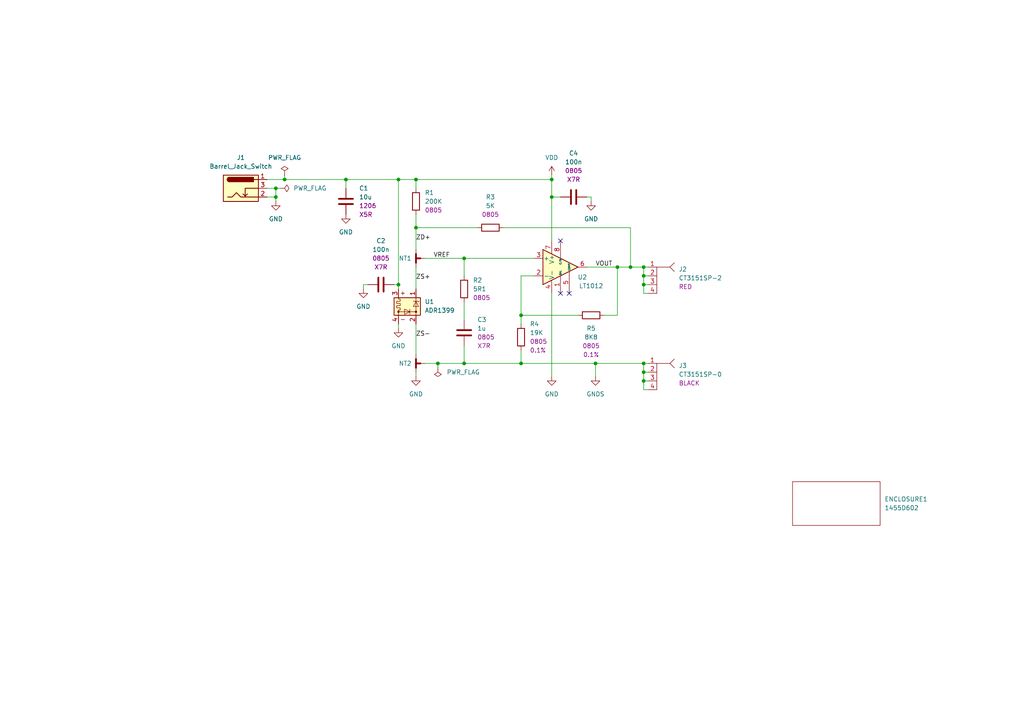
<source format=kicad_sch>
(kicad_sch (version 20211123) (generator eeschema)
  (paper "A4")
  (title_block (title "Cover") (date "%%date%%") (rev "%%version%%") (company "GPA Robotics") (comment 7 "ADR1399 VRef") (comment 8 "https://github.com/Atmelfan/pcb-adr1399-vref") (comment 9 "Licensed under CERN-OHL-S version 2"))
  (lib_symbols
    (symbol "Amplifier_Operational:LT1012" (pin_names (offset 0.127))
      (property "Reference" "U" (at 1.27 6.35 0))
      (property "Value" "LT1012" (at 1.27 3.81 0))
      (symbol "LT1012_0_1"
        (polyline (pts (xy -5.08 5.08) (xy 5.08 0) (xy -5.08 -5.08) (xy -5.08 5.08)) (stroke (width 0.254)) (fill (type background)))
      )
      (symbol "LT1012_1_1"
        (pin input line (at 0 -7.62 90) (length 5.08) (name "BAL") (number "1"))
        (pin input line (at -7.62 -2.54 0) (length 2.54) (name "-") (number "2"))
        (pin input line (at -7.62 2.54 0) (length 2.54) (name "+") (number "3"))
        (pin power_in line (at -2.54 -7.62 90) (length 3.81) (name "V-") (number "4"))
        (pin input line (at 2.54 -7.62 90) (length 6.35) (name "COMP") (number "5"))
        (pin output line (at 7.62 0 180) (length 2.54) (name "~") (number "6"))
        (pin power_in line (at -2.54 7.62 270) (length 3.81) (name "V+") (number "7"))
        (pin input line (at 0 7.62 270) (length 5.08) (name "C/B") (number "8"))
      )
    )
    (symbol "Connector:Barrel_Jack_Switch" (pin_names hide)
      (property "Reference" "J" (at 0 5.334 0))
      (property "Value" "Barrel_Jack_Switch" (at 0 -5.08 0))
      (symbol "Barrel_Jack_Switch_0_1"
        (rectangle (start -5.08 3.81) (end 5.08 -3.81) (stroke (width 0.254)) (fill (type background)))
        (arc (start -3.302 3.175) (mid -3.937 2.54) (end -3.302 1.905) (stroke (width 0.254)))
        (arc (start -3.302 3.175) (mid -3.937 2.54) (end -3.302 1.905) (stroke (width 0.254)) (fill (type outline)))
        (polyline (pts (xy 1.27 -2.286) (xy 1.905 -1.651)) (stroke (width 0.254)))
        (polyline (pts (xy 5.08 2.54) (xy 3.81 2.54)) (stroke (width 0.254)))
        (polyline (pts (xy 5.08 0) (xy 1.27 0) (xy 1.27 -2.286) (xy 0.635 -1.651)) (stroke (width 0.254)))
        (polyline (pts (xy -3.81 -2.54) (xy -2.54 -2.54) (xy -1.27 -1.27) (xy 0 -2.54) (xy 2.54 -2.54) (xy 5.08 -2.54)) (stroke (width 0.254)))
        (rectangle (start 3.683 3.175) (end -3.302 1.905) (stroke (width 0.254)) (fill (type outline)))
      )
      (symbol "Barrel_Jack_Switch_1_1"
        (pin passive line (at 7.62 2.54 180) (length 2.54) (name "~") (number "1"))
        (pin passive line (at 7.62 -2.54 180) (length 2.54) (name "~") (number "2"))
        (pin passive line (at 7.62 0 180) (length 2.54) (name "~") (number "3"))
      )
    )
    (symbol "Device:C" (pin_numbers hide) (pin_names (offset 0.254))
      (property "Reference" "C" (at 0.635 2.54 0))
      (property "Value" "C" (at 0.635 -2.54 0))
      (symbol "C_0_1"
        (polyline (pts (xy -2.032 -0.762) (xy 2.032 -0.762)) (stroke (width 0.508)))
        (polyline (pts (xy -2.032 0.762) (xy 2.032 0.762)) (stroke (width 0.508)))
      )
      (symbol "C_1_1"
        (pin passive line (at 0 3.81 270) (length 2.794) (name "~") (number "1"))
        (pin passive line (at 0 -3.81 90) (length 2.794) (name "~") (number "2"))
      )
    )
    (symbol "Device:NetTie_3_Tee" (pin_numbers hide) (pin_names (offset 0) hide)
      (property "Reference" "NT" (at 0 3.175 0))
      (property "Value" "NetTie_3_Tee" (at 0 1.27 0))
      (symbol "NetTie_3_Tee_0_1"
        (polyline (pts (xy -1.27 0) (xy 1.27 0)) (stroke (width 0.254)))
        (polyline (pts (xy -1.27 0) (xy 1.27 0)) (stroke (width 0.508)))
        (polyline (pts (xy 0 -2.54) (xy 0 -2.54)) (stroke (width 0.254)))
        (polyline (pts (xy 0 -1.27) (xy 0 0)) (stroke (width 0.508)))
      )
      (symbol "NetTie_3_Tee_1_1"
        (pin passive line (at -2.54 0 0) (length 2.54) (name "1") (number "1"))
        (pin passive line (at 2.54 0 180) (length 2.54) (name "2") (number "2"))
        (pin passive line (at 0 -2.54 90) (length 2.54) (name "3") (number "3"))
      )
    )
    (symbol "Device:R" (pin_numbers hide) (pin_names (offset 0))
      (property "Reference" "R" (at 2.032 0 90))
      (property "Value" "R" (at 0 0 90))
      (symbol "R_0_1"
        (rectangle (start -1.016 -2.54) (end 1.016 2.54) (stroke (width 0.254)))
      )
      (symbol "R_1_1"
        (pin passive line (at 0 3.81 270) (length 1.27) (name "~") (number "1"))
        (pin passive line (at 0 -3.81 90) (length 1.27) (name "~") (number "2"))
      )
    )
    (symbol "adr1399:ADR1399" (pin_names (offset 1.016) hide)
      (property "Reference" "U" (at 3.81 1.27 0))
      (property "Value" "ADR1399" (at 3.81 -1.27 0))
      (symbol "ADR1399_0_0"
        (text "+" (at -1.27 3.937 0) (effects (font (size 1.27 1.27))))
      )
      (symbol "ADR1399_0_1"
        (rectangle (start -3.81 2.54) (end 3.81 -2.54) (stroke (width 0.254)) (fill (type background)))
        (circle (center -2.54 -1.524) (radius 0.254) (fill (type outline)))
        (polyline (pts (xy -2.54 -2.54) (xy -2.54 -1.016) (xy -2.032 -1.016) (xy -2.032 -0.381) (xy -3.048 -0.381) (xy -3.048 0.254) (xy -2.032 0.254) (xy -2.032 0.889) (xy -3.048 0.889) (xy -3.048 1.524) (xy -2.032 1.524) (xy -2.032 2.159) (xy -2.54 2.159) (xy -2.54 2.54)))
        (circle (center 2.54 -1.524) (radius 0.254) (fill (type outline)))
      )
      (symbol "ADR1399_1_1"
        (polyline (pts (xy 2.54 -1.524) (xy -2.54 -1.524)))
        (polyline (pts (xy 2.54 2.54) (xy 2.54 -2.54)))
        (polyline (pts (xy 0.762 -0.762) (xy 0.762 -1.524) (xy 0.762 -2.286)))
        (polyline (pts (xy 1.778 1.524) (xy 3.302 1.524) (xy 3.302 1.27)))
        (polyline (pts (xy -0.762 -0.762) (xy -0.762 -2.286) (xy 0.762 -1.524) (xy -0.762 -0.762)))
        (polyline (pts (xy 1.778 0) (xy 3.302 0) (xy 2.54 1.524) (xy 1.778 0)))
        (text "-" (at -1.27 -3.683 0) (effects (font (size 1.27 1.27))))
        (pin passive line (at 2.54 5.08 270) (length 2.54) (name "~") (number "1"))
        (pin passive line (at 2.54 -5.08 90) (length 2.54) (name "~") (number "2"))
        (pin power_in line (at -2.54 5.08 270) (length 2.54) (name "~") (number "3"))
        (pin power_in line (at -2.54 -5.08 90) (length 2.54) (name "~") (number "4"))
      )
    )
    (symbol "cal-test-electronics:CT3151SP-0"
      (property "Reference" "J" (at 0 0 0))
      (property "Value" "CT3151SP-0" (at 0 2.54 0))
      (property "Color" "BLACK" (at 11.43 12.7 0))
      (symbol "CT3151SP-0_0_1"
        (polyline (pts (xy 6.35 12.7) (xy 7.62 11.43)))
        (polyline (pts (xy 2.54 5.08) (xy 2.54 12.7) (xy 6.35 12.7) (xy 7.62 13.97)))
      )
      (symbol "CT3151SP-0_1_1"
        (pin passive line (at 0 12.7 0) (length 2.54) (name "") (number "1"))
        (pin passive line (at 0 10.16 0) (length 2.54) (name "") (number "2"))
        (pin passive line (at 0 7.62 0) (length 2.54) (name "") (number "3"))
        (pin passive line (at 0 5.08 0) (length 2.54) (name "") (number "4"))
      )
    )
    (symbol "cal-test-electronics:CT3151SP-2"
      (property "Reference" "J" (at 0 0 0))
      (property "Value" "CT3151SP-2" (at 0 2.54 0))
      (property "Color" "RED" (at 10.16 12.7 0))
      (symbol "CT3151SP-2_0_1"
        (polyline (pts (xy 6.35 12.7) (xy 7.62 11.43)))
        (polyline (pts (xy 2.54 5.08) (xy 2.54 12.7) (xy 6.35 12.7) (xy 7.62 13.97)))
      )
      (symbol "CT3151SP-2_1_1"
        (pin passive line (at 0 12.7 0) (length 2.54) (name "") (number "1"))
        (pin passive line (at 0 10.16 0) (length 2.54) (name "") (number "2"))
        (pin passive line (at 0 7.62 0) (length 2.54) (name "") (number "3"))
        (pin passive line (at 0 5.08 0) (length 2.54) (name "") (number "4"))
      )
    )
    (symbol "hammond:1455D602" (on_board no)
      (property "Reference" "ENCLOSURE?" (at 0 13.97 0))
      (property "Value" "1455D602" (at 0 6.35 0))
      (symbol "1455D602_0_1"
        (rectangle (start -12.7 12.7) (end 12.7 0))
      )
    )
    (symbol "power:GND" (power) (pin_names (offset 0))
      (property "Value" "GND" (at 0 -3.81 0))
      (symbol "GND_0_1"
        (polyline (pts (xy 0 0) (xy 0 -1.27) (xy 1.27 -1.27) (xy 0 -2.54) (xy -1.27 -1.27) (xy 0 -1.27)))
      )
      (symbol "GND_1_1"
        (pin power_in line (at 0 0 270) (length 0) hide (name "GND") (number "1"))
      )
    )
    (symbol "power:GNDS" (power) (pin_names (offset 0))
      (property "Value" "GNDS" (at 0 -3.81 0))
      (symbol "GNDS_0_1"
        (polyline (pts (xy 0 0) (xy 0 -1.27) (xy 1.27 -1.27) (xy 0 -2.54) (xy -1.27 -1.27) (xy 0 -1.27)))
      )
      (symbol "GNDS_1_1"
        (pin power_in line (at 0 0 270) (length 0) hide (name "GNDS") (number "1"))
      )
    )
    (symbol "power:PWR_FLAG" (power) (pin_numbers hide) (pin_names (offset 0) hide)
      (property "Value" "PWR_FLAG" (at 0 3.81 0))
      (symbol "PWR_FLAG_0_0"
        (pin power_out line (at 0 0 90) (length 0) (name "pwr") (number "1"))
      )
      (symbol "PWR_FLAG_0_1"
        (polyline (pts (xy 0 0) (xy 0 1.27) (xy -1.016 1.905) (xy 0 2.54) (xy 1.016 1.905) (xy 0 1.27)))
      )
    )
    (symbol "power:VDD" (power) (pin_names (offset 0))
      (property "Value" "VDD" (at 0 3.81 0))
      (symbol "VDD_0_1"
        (polyline (pts (xy -0.762 1.27) (xy 0 2.54)))
        (polyline (pts (xy 0 0) (xy 0 2.54)))
        (polyline (pts (xy 0 2.54) (xy 0.762 1.27)))
      )
      (symbol "VDD_1_1"
        (pin power_in line (at 0 0 90) (length 0) hide (name "VDD") (number "1"))
      )
    )
  )
  (junction (at 160.02 57.15))
  (junction (at 115.57 82.55))
  (junction (at 186.69 110.49))
  (junction (at 186.69 77.47))
  (junction (at 186.69 82.55))
  (junction (at 120.65 66.04))
  (junction (at 179.07 77.47))
  (junction (at 120.65 52.07))
  (junction (at 100.33 52.07))
  (junction (at 134.62 74.93))
  (junction (at 151.13 105.41))
  (junction (at 182.88 77.47))
  (junction (at 80.01 57.15))
  (junction (at 160.02 52.07))
  (junction (at 127 105.41))
  (junction (at 186.69 107.95))
  (junction (at 186.69 80.01))
  (junction (at 134.62 105.41))
  (junction (at 186.69 105.41))
  (junction (at 80.01 54.61))
  (junction (at 172.72 105.41))
  (junction (at 151.13 91.44))
  (junction (at 115.57 52.07))
  (junction (at 82.55 52.07))
  (no_connect (at 162.56 69.85))
  (no_connect (at 162.56 85.09))
  (no_connect (at 165.1 85.09))
  (wire (pts (xy 160.02 52.07) (xy 160.02 57.15)))
  (wire (pts (xy 82.55 50.8) (xy 82.55 52.07)))
  (wire (pts (xy 172.72 105.41) (xy 172.72 109.22)))
  (wire (pts (xy 186.69 110.49) (xy 186.69 107.95)))
  (wire (pts (xy 186.69 110.49) (xy 187.96 110.49)))
  (wire (pts (xy 77.47 57.15) (xy 80.01 57.15)))
  (wire (pts (xy 187.96 85.09) (xy 186.69 85.09)))
  (wire (pts (xy 127 105.41) (xy 134.62 105.41)))
  (wire (pts (xy 120.65 52.07) (xy 160.02 52.07)))
  (wire (pts (xy 186.69 85.09) (xy 186.69 82.55)))
  (wire (pts (xy 179.07 91.44) (xy 179.07 77.47)))
  (wire (pts (xy 77.47 52.07) (xy 82.55 52.07)))
  (wire (pts (xy 100.33 52.07) (xy 100.33 54.61)))
  (wire (pts (xy 175.26 91.44) (xy 179.07 91.44)))
  (wire (pts (xy 77.47 54.61) (xy 80.01 54.61)))
  (wire (pts (xy 134.62 74.93) (xy 154.94 74.93)))
  (wire (pts (xy 115.57 52.07) (xy 120.65 52.07)))
  (wire (pts (xy 160.02 85.09) (xy 160.02 109.22)))
  (wire (pts (xy 186.69 113.03) (xy 186.69 110.49)))
  (wire (pts (xy 80.01 54.61) (xy 81.28 54.61)))
  (wire (pts (xy 134.62 87.63) (xy 134.62 92.71)))
  (wire (pts (xy 186.69 107.95) (xy 187.96 107.95)))
  (wire (pts (xy 123.19 74.93) (xy 134.62 74.93)))
  (wire (pts (xy 160.02 50.8) (xy 160.02 52.07)))
  (wire (pts (xy 186.69 107.95) (xy 186.69 105.41)))
  (wire (pts (xy 120.65 93.98) (xy 120.65 102.87)))
  (wire (pts (xy 172.72 105.41) (xy 186.69 105.41)))
  (wire (pts (xy 151.13 105.41) (xy 172.72 105.41)))
  (wire (pts (xy 186.69 82.55) (xy 186.69 80.01)))
  (wire (pts (xy 171.45 57.15) (xy 171.45 58.42)))
  (wire (pts (xy 106.68 82.55) (xy 105.41 82.55)))
  (wire (pts (xy 127 105.41) (xy 127 106.68)))
  (wire (pts (xy 115.57 82.55) (xy 115.57 83.82)))
  (wire (pts (xy 170.18 77.47) (xy 179.07 77.47)))
  (wire (pts (xy 187.96 80.01) (xy 186.69 80.01)))
  (wire (pts (xy 120.65 109.22) (xy 120.65 107.95)))
  (wire (pts (xy 167.64 91.44) (xy 151.13 91.44)))
  (wire (pts (xy 146.05 66.04) (xy 182.88 66.04)))
  (wire (pts (xy 170.18 57.15) (xy 171.45 57.15)))
  (wire (pts (xy 182.88 66.04) (xy 182.88 77.47)))
  (wire (pts (xy 105.41 82.55) (xy 105.41 83.82)))
  (wire (pts (xy 134.62 74.93) (xy 134.62 80.01)))
  (wire (pts (xy 187.96 82.55) (xy 186.69 82.55)))
  (wire (pts (xy 160.02 57.15) (xy 162.56 57.15)))
  (wire (pts (xy 134.62 105.41) (xy 134.62 100.33)))
  (wire (pts (xy 120.65 66.04) (xy 138.43 66.04)))
  (wire (pts (xy 82.55 52.07) (xy 100.33 52.07)))
  (wire (pts (xy 187.96 113.03) (xy 186.69 113.03)))
  (wire (pts (xy 120.65 62.23) (xy 120.65 66.04)))
  (wire (pts (xy 179.07 77.47) (xy 182.88 77.47)))
  (wire (pts (xy 120.65 77.47) (xy 120.65 83.82)))
  (wire (pts (xy 134.62 105.41) (xy 151.13 105.41)))
  (wire (pts (xy 160.02 57.15) (xy 160.02 69.85)))
  (wire (pts (xy 151.13 80.01) (xy 154.94 80.01)))
  (wire (pts (xy 182.88 77.47) (xy 186.69 77.47)))
  (wire (pts (xy 151.13 80.01) (xy 151.13 91.44)))
  (wire (pts (xy 120.65 66.04) (xy 120.65 72.39)))
  (wire (pts (xy 100.33 52.07) (xy 115.57 52.07)))
  (wire (pts (xy 186.69 77.47) (xy 187.96 77.47)))
  (wire (pts (xy 80.01 57.15) (xy 80.01 58.42)))
  (wire (pts (xy 151.13 101.6) (xy 151.13 105.41)))
  (wire (pts (xy 123.19 105.41) (xy 127 105.41)))
  (wire (pts (xy 186.69 77.47) (xy 186.69 80.01)))
  (wire (pts (xy 151.13 91.44) (xy 151.13 93.98)))
  (wire (pts (xy 115.57 52.07) (xy 115.57 82.55)))
  (wire (pts (xy 186.69 105.41) (xy 187.96 105.41)))
  (wire (pts (xy 114.3 82.55) (xy 115.57 82.55)))
  (wire (pts (xy 115.57 95.25) (xy 115.57 93.98)))
  (wire (pts (xy 120.65 54.61) (xy 120.65 52.07)))
  (wire (pts (xy 80.01 54.61) (xy 80.01 57.15)))
  (label "VOUT" (at 172.72 77.47 0))
  (label "ZD+" (at 120.65 69.85 0))
  (label "ZS-" (at 120.65 97.79 0))
  (label "ZS+" (at 120.65 81.28 0))
  (label "VREF" (at 125.73 74.93 0))
  (symbol (lib_id "Device:NetTie_3_Tee") (at 120.65 74.93 90) (unit 1) (in_bom no)
    (property "Reference" "NT1" (at 119.38 74.9299 90) (effects (justify left)))
    (property "Value" "NetTie_3_Tee" (effects hide))
    (property "Footprint" "NetTie:NetTie-3_SMD_Pad0.5mm" (effects hide))
  )
  (symbol (lib_id "Device:R") (at 151.13 97.79 0) (unit 1)
    (property "Reference" "R4" (at 153.67 93.9799 0) (effects (justify left)))
    (property "Value" "19K" (at 153.67 96.5199 0) (effects (justify left)))
    (property "Footprint" "Resistor_SMD:R_0805_2012Metric_Pad1.20x1.40mm_HandSolder" (effects hide))
    (property "Size" "0805" (at 153.67 99.0599 0) (effects (justify left)))
    (property "Tolerance" "0.1%" (at 153.67 101.5999 0) (effects (justify left)))
  )
  (symbol (lib_id "power:VDD") (at 160.02 50.8 0) (unit 1)
    (property "Reference" "#PWR06" (effects hide))
    (property "Value" "VDD" (at 160.02 45.72 0))
  )
  (symbol (lib_id "Device:NetTie_3_Tee") (at 120.65 105.41 90) (unit 1) (in_bom no)
    (property "Reference" "NT2" (at 119.38 105.4099 90) (effects (justify left)))
    (property "Value" "NetTie_3_Tee" (effects hide))
    (property "Footprint" "NetTie:NetTie-3_SMD_Pad0.5mm" (effects hide))
  )
  (symbol (lib_id "power:GND") (at 120.65 109.22 0) (unit 1)
    (property "Reference" "#PWR05" (effects hide))
    (property "Value" "GND" (at 120.65 114.3 0))
  )
  (symbol (lib_id "power:PWR_FLAG") (at 127 106.68 180) (unit 1)
    (property "Reference" "#FLG03" (effects hide))
    (property "Value" "PWR_FLAG" (at 129.54 107.9499 0) (effects (justify right)))
  )
  (symbol (lib_id "Device:C") (at 100.33 58.42 0) (unit 1)
    (property "Reference" "C1" (at 104.14 54.6099 0) (effects (justify left)))
    (property "Value" "10u" (at 104.14 57.1499 0) (effects (justify left)))
    (property "Footprint" "Capacitor_SMD:C_1206_3216Metric_Pad1.33x1.80mm_HandSolder" (effects hide))
    (property "Size" "1206" (at 104.14 59.6899 0) (effects (justify left)))
    (property "Type" "X5R" (at 104.14 62.2299 0) (effects (justify left)))
  )
  (symbol (lib_id "power:GND") (at 100.33 62.23 0) (unit 1)
    (property "Reference" "#PWR02" (effects hide))
    (property "Value" "GND" (at 100.33 67.31 0))
  )
  (symbol (lib_id "hammond:1455D602") (at 242.57 152.4 0) (unit 1) (on_board no)
    (property "Reference" "ENCLOSURE1" (at 256.54 144.7799 0) (effects (justify left)))
    (property "Value" "1455D602" (at 256.54 147.3199 0) (effects (justify left)))
    (property "Datasheet" "http://www.hammondmfg.com/pdf/1455D602.pdf" (effects hide))
    (property "mpn" "1455D602" (effects hide))
    (property "digikey#" "HM1354-ND" (effects hide))
  )
  (symbol (lib_id "cal-test-electronics:CT3151SP-0") (at 187.96 118.11 0) (unit 1)
    (property "Reference" "J3" (at 196.85 106.0449 0) (effects (justify left)))
    (property "Value" "CT3151SP-0" (at 196.85 108.5849 0) (effects (justify left)))
    (property "Footprint" "cal-test-electronics:CT3151SP" (effects hide))
    (property "Datasheet" "https://media.digikey.com/pdf/Data%20Sheets/Cal%20Test%20PDFs/Catalog.pdf" (effects hide))
    (property "mpn" "CT3151SP-0" (effects hide))
    (property "digikey#" "BKCT3151SP-0-ND" (effects hide))
    (property "Color" "BLACK" (at 196.85 111.1249 0) (effects (justify left)))
  )
  (symbol (lib_id "cal-test-electronics:CT3151SP-2") (at 187.96 90.17 0) (unit 1)
    (property "Reference" "J2" (at 196.85 78.1049 0) (effects (justify left)))
    (property "Value" "CT3151SP-2" (at 196.85 80.6449 0) (effects (justify left)))
    (property "Footprint" "cal-test-electronics:CT3151SP" (effects hide))
    (property "Datasheet" "https://media.digikey.com/pdf/Data%20Sheets/Cal%20Test%20PDFs/Catalog.pdf" (effects hide))
    (property "mpn" "CT3151SP-2" (effects hide))
    (property "digikey#" "BKCT3151SP-2-ND" (effects hide))
    (property "Color" "RED" (at 196.85 83.1849 0) (effects (justify left)))
  )
  (symbol (lib_id "Device:R") (at 171.45 91.44 90) (unit 1)
    (property "Reference" "R5" (at 171.45 95.25 90))
    (property "Value" "8K8" (at 171.45 97.79 90))
    (property "Footprint" "Resistor_SMD:R_0805_2012Metric_Pad1.20x1.40mm_HandSolder" (effects hide))
    (property "Size" "0805" (at 171.45 100.33 90))
    (property "Tolerance" "0.1%" (at 171.45 102.87 90))
  )
  (symbol (lib_id "power:GND") (at 115.57 95.25 0) (unit 1)
    (property "Reference" "#PWR04" (effects hide))
    (property "Value" "GND" (at 115.57 100.33 0))
  )
  (symbol (lib_id "Device:C") (at 110.49 82.55 270) (mirror x) (unit 1)
    (property "Reference" "C2" (at 110.49 69.85 90))
    (property "Value" "100n" (at 110.49 72.39 90))
    (property "Footprint" "Capacitor_SMD:C_0805_2012Metric_Pad1.18x1.45mm_HandSolder" (effects hide))
    (property "Size" "0805" (at 110.49 74.93 90))
    (property "Type" "X7R" (at 110.49 77.47 90))
  )
  (symbol (lib_id "Device:C") (at 166.37 57.15 90) (unit 1)
    (property "Reference" "C4" (at 166.37 44.45 90))
    (property "Value" "100n" (at 166.37 46.99 90))
    (property "Footprint" "Capacitor_SMD:C_0805_2012Metric_Pad1.18x1.45mm_HandSolder" (effects hide))
    (property "Size" "0805" (at 166.37 49.53 90))
    (property "Type" "X7R" (at 166.37 52.07 90))
  )
  (symbol (lib_id "Connector:Barrel_Jack_Switch") (at 69.85 54.61 0) (unit 1)
    (property "Reference" "J1" (at 69.85 45.72 0))
    (property "Value" "Barrel_Jack_Switch" (at 69.85 48.26 0))
    (property "Footprint" "cal-test-electronics:54-00130" (effects hide))
    (property "Datasheet" "https://tensility.s3.amazonaws.com/uploads/pdffiles/54-00130.pdf?X-Amz-Expires=600&X-Amz-Date=20220119T233828Z&X-Amz-Algorithm=AWS4-HMAC-SHA256&X-Amz-Credential=AKIAIS2S4WRDQDSWDRZQ%2F20220119%2Fus-west-2%2Fs3%2Faws4_request&X-Amz-SignedHeaders=host&X-Amz-Signature=3e4a9d59394e8a6588881b0670a7b7dbb521a9eef0a7ae0ed89c7d28d9b439ec" (effects hide))
    (property "mpn" "54-00130" (effects hide))
    (property "digikey#" "839-1513-ND" (effects hide))
  )
  (symbol (lib_id "adr1399:ADR1399") (at 118.11 88.9 0) (unit 1)
    (property "Reference" "U1" (at 123.19 87.5029 0) (effects (justify left)))
    (property "Value" "ADR1399" (at 123.19 90.0429 0) (effects (justify left)))
    (property "Footprint" "Package_TO_SOT_THT:Analog_TO-46-4_ThermalShield" (effects hide))
    (property "Datasheet" "https://www.analog.com/media/en/technical-documentation/data-sheets/adr1399.pdf" (effects hide))
  )
  (symbol (lib_id "Device:R") (at 142.24 66.04 90) (unit 1)
    (property "Reference" "R3" (at 142.24 57.15 90))
    (property "Value" "5K" (at 142.24 59.69 90))
    (property "Footprint" "Resistor_SMD:R_0805_2012Metric_Pad1.20x1.40mm_HandSolder" (effects hide))
    (property "Size" "0805" (at 142.24 62.23 90))
  )
  (symbol (lib_id "Device:C") (at 134.62 96.52 0) (unit 1)
    (property "Reference" "C3" (at 138.43 92.7099 0) (effects (justify left)))
    (property "Value" "1u" (at 138.43 95.2499 0) (effects (justify left)))
    (property "Footprint" "Capacitor_SMD:C_0805_2012Metric_Pad1.18x1.45mm_HandSolder" (effects hide))
    (property "Size" "0805" (at 138.43 97.7899 0) (effects (justify left)))
    (property "Type" "X7R" (at 138.43 100.3299 0) (effects (justify left)))
  )
  (symbol (lib_id "power:GND") (at 105.41 83.82 0) (mirror y) (unit 1)
    (property "Reference" "#PWR03" (effects hide))
    (property "Value" "GND" (at 105.41 88.9 0))
  )
  (symbol (lib_id "power:GND") (at 80.01 58.42 0) (unit 1)
    (property "Reference" "#PWR01" (effects hide))
    (property "Value" "GND" (at 80.01 63.5 0))
  )
  (symbol (lib_id "power:PWR_FLAG") (at 82.55 50.8 0) (unit 1)
    (property "Reference" "#FLG02" (effects hide))
    (property "Value" "PWR_FLAG" (at 82.55 45.72 0))
  )
  (symbol (lib_id "power:PWR_FLAG") (at 81.28 54.61 270) (unit 1)
    (property "Reference" "#FLG01" (effects hide))
    (property "Value" "PWR_FLAG" (at 85.09 54.6099 90) (effects (justify left)))
  )
  (symbol (lib_id "power:GND") (at 160.02 109.22 0) (unit 1)
    (property "Reference" "#PWR07" (effects hide))
    (property "Value" "GND" (at 160.02 114.3 0))
  )
  (symbol (lib_id "Device:R") (at 120.65 58.42 0) (unit 1)
    (property "Reference" "R1" (at 123.19 55.8799 0) (effects (justify left)))
    (property "Value" "200K" (at 123.19 58.4199 0) (effects (justify left)))
    (property "Footprint" "Resistor_SMD:R_0805_2012Metric_Pad1.20x1.40mm_HandSolder" (effects hide))
    (property "Size" "0805" (at 123.19 60.9599 0) (effects (justify left)))
  )
  (symbol (lib_id "Amplifier_Operational:LT1012") (at 162.56 77.47 0) (unit 1)
    (property "Reference" "U2" (at 168.91 80.391 0))
    (property "Value" "LT1012" (at 171.45 82.931 0))
    (property "Footprint" "Package_SO:SO-8_3.9x4.9mm_P1.27mm" (effects hide))
    (property "Datasheet" "https://www.analog.com/media/en/technical-documentation/data-sheets/lt1012.pdf" (effects hide))
    (property "mpn" "LT1012ACS8#PBF" (effects hide))
    (property "digikey#" "LT1012ACS8#PBF-ND" (effects hide))
  )
  (symbol (lib_id "power:GNDS") (at 172.72 109.22 0) (unit 1)
    (property "Reference" "#PWR09" (effects hide))
    (property "Value" "GNDS" (at 172.72 114.3 0))
  )
  (symbol (lib_id "Device:R") (at 134.62 83.82 0) (unit 1)
    (property "Reference" "R2" (at 137.16 81.2799 0) (effects (justify left)))
    (property "Value" "5R1" (at 137.16 83.8199 0) (effects (justify left)))
    (property "Footprint" "Resistor_SMD:R_0805_2012Metric_Pad1.20x1.40mm_HandSolder" (effects hide))
    (property "Size" "0805" (at 137.16 86.3599 0) (effects (justify left)))
  )
  (symbol (lib_id "power:GND") (at 171.45 58.42 0) (unit 1)
    (property "Reference" "#PWR08" (effects hide))
    (property "Value" "GND" (at 171.45 63.5 0))
  )
)
</source>
